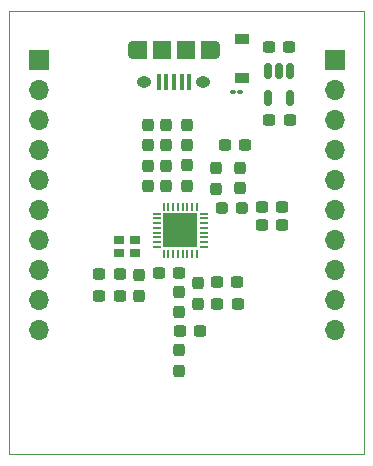
<source format=gts>
%TF.GenerationSoftware,KiCad,Pcbnew,(6.0.9)*%
%TF.CreationDate,2022-11-19T16:26:51-05:00*%
%TF.ProjectId,EFR32MG22_module,45465233-324d-4473-9232-5f6d6f64756c,rev?*%
%TF.SameCoordinates,Original*%
%TF.FileFunction,Soldermask,Top*%
%TF.FilePolarity,Negative*%
%FSLAX46Y46*%
G04 Gerber Fmt 4.6, Leading zero omitted, Abs format (unit mm)*
G04 Created by KiCad (PCBNEW (6.0.9)) date 2022-11-19 16:26:51*
%MOMM*%
%LPD*%
G01*
G04 APERTURE LIST*
G04 Aperture macros list*
%AMRoundRect*
0 Rectangle with rounded corners*
0 $1 Rounding radius*
0 $2 $3 $4 $5 $6 $7 $8 $9 X,Y pos of 4 corners*
0 Add a 4 corners polygon primitive as box body*
4,1,4,$2,$3,$4,$5,$6,$7,$8,$9,$2,$3,0*
0 Add four circle primitives for the rounded corners*
1,1,$1+$1,$2,$3*
1,1,$1+$1,$4,$5*
1,1,$1+$1,$6,$7*
1,1,$1+$1,$8,$9*
0 Add four rect primitives between the rounded corners*
20,1,$1+$1,$2,$3,$4,$5,0*
20,1,$1+$1,$4,$5,$6,$7,0*
20,1,$1+$1,$6,$7,$8,$9,0*
20,1,$1+$1,$8,$9,$2,$3,0*%
G04 Aperture macros list end*
%ADD10C,0.100000*%
%ADD11RoundRect,0.237500X0.237500X-0.300000X0.237500X0.300000X-0.237500X0.300000X-0.237500X-0.300000X0*%
%ADD12R,1.700000X1.700000*%
%ADD13O,1.700000X1.700000*%
%ADD14RoundRect,0.237500X0.300000X0.237500X-0.300000X0.237500X-0.300000X-0.237500X0.300000X-0.237500X0*%
%ADD15RoundRect,0.237500X-0.237500X0.300000X-0.237500X-0.300000X0.237500X-0.300000X0.237500X0.300000X0*%
%ADD16RoundRect,0.050000X-0.300000X-0.050000X0.300000X-0.050000X0.300000X0.050000X-0.300000X0.050000X0*%
%ADD17RoundRect,0.050000X-0.050000X-0.300000X0.050000X-0.300000X0.050000X0.300000X-0.050000X0.300000X0*%
%ADD18R,2.900000X2.900000*%
%ADD19RoundRect,0.237500X-0.300000X-0.237500X0.300000X-0.237500X0.300000X0.237500X-0.300000X0.237500X0*%
%ADD20RoundRect,0.100000X0.130000X0.100000X-0.130000X0.100000X-0.130000X-0.100000X0.130000X-0.100000X0*%
%ADD21RoundRect,0.237500X-0.237500X0.287500X-0.237500X-0.287500X0.237500X-0.287500X0.237500X0.287500X0*%
%ADD22RoundRect,0.237500X-0.287500X-0.237500X0.287500X-0.237500X0.287500X0.237500X-0.287500X0.237500X0*%
%ADD23RoundRect,0.150000X-0.150000X0.512500X-0.150000X-0.512500X0.150000X-0.512500X0.150000X0.512500X0*%
%ADD24R,0.400000X1.350000*%
%ADD25R,1.200000X1.550000*%
%ADD26O,1.250000X0.950000*%
%ADD27R,1.500000X1.550000*%
%ADD28O,0.890000X1.550000*%
%ADD29R,1.200000X0.900000*%
%ADD30R,0.900000X0.800000*%
G04 APERTURE END LIST*
D10*
X215000000Y-80000000D02*
X245000000Y-80000000D01*
X245000000Y-80000000D02*
X245000000Y-117500000D01*
X245000000Y-117500000D02*
X215000000Y-117500000D01*
X215000000Y-117500000D02*
X215000000Y-80000000D01*
D11*
%TO.C,C5*%
X230040000Y-94772500D03*
X230040000Y-93047500D03*
%TD*%
D12*
%TO.C,J4*%
X242540000Y-84110000D03*
D13*
X242540000Y-86650000D03*
X242540000Y-89190000D03*
X242540000Y-91730000D03*
X242540000Y-94270000D03*
X242540000Y-96810000D03*
X242540000Y-99350000D03*
X242540000Y-101890000D03*
X242540000Y-104430000D03*
X242540000Y-106970000D03*
%TD*%
D14*
%TO.C,C21*%
X238687500Y-82987500D03*
X236962500Y-82987500D03*
%TD*%
D15*
%TO.C,C4*%
X228250000Y-89617500D03*
X228250000Y-91342500D03*
%TD*%
D16*
%TO.C,U1*%
X227462500Y-97125000D03*
X227462500Y-97525000D03*
X227462500Y-97925000D03*
X227462500Y-98325000D03*
X227462500Y-98725000D03*
X227462500Y-99125000D03*
X227462500Y-99525000D03*
X227462500Y-99925000D03*
D17*
X228062500Y-100525000D03*
X228462500Y-100525000D03*
X228862500Y-100525000D03*
X229262500Y-100525000D03*
X229662500Y-100525000D03*
X230062500Y-100525000D03*
X230462500Y-100525000D03*
X230862500Y-100525000D03*
D16*
X231462500Y-99925000D03*
X231462500Y-99525000D03*
X231462500Y-99125000D03*
X231462500Y-98725000D03*
X231462500Y-98325000D03*
X231462500Y-97925000D03*
X231462500Y-97525000D03*
X231462500Y-97125000D03*
D17*
X230862500Y-96525000D03*
X230462500Y-96525000D03*
X230062500Y-96525000D03*
X229662500Y-96525000D03*
X229262500Y-96525000D03*
X228862500Y-96525000D03*
X228462500Y-96525000D03*
X228062500Y-96525000D03*
D18*
X229462500Y-98525000D03*
%TD*%
D19*
%TO.C,C11*%
X236337500Y-98125000D03*
X238062500Y-98125000D03*
%TD*%
D20*
%TO.C,D2*%
X234530000Y-86840000D03*
X233890000Y-86840000D03*
%TD*%
D11*
%TO.C,C20*%
X229380000Y-110425000D03*
X229380000Y-108700000D03*
%TD*%
D12*
%TO.C,J2*%
X217540000Y-84110000D03*
D13*
X217540000Y-86650000D03*
X217540000Y-89190000D03*
X217540000Y-91730000D03*
X217540000Y-94270000D03*
X217540000Y-96810000D03*
X217540000Y-99350000D03*
X217540000Y-101890000D03*
X217540000Y-104430000D03*
X217540000Y-106970000D03*
%TD*%
D19*
%TO.C,C16*%
X234325000Y-104770000D03*
X232600000Y-104770000D03*
%TD*%
D14*
%TO.C,C15*%
X224345000Y-102270000D03*
X222620000Y-102270000D03*
%TD*%
D15*
%TO.C,C2*%
X226700000Y-89617500D03*
X226700000Y-91342500D03*
%TD*%
D11*
%TO.C,C7*%
X232450000Y-95012500D03*
X232450000Y-93287500D03*
%TD*%
D19*
%TO.C,C19*%
X229435000Y-107070000D03*
X231160000Y-107070000D03*
%TD*%
D21*
%TO.C,L1*%
X229380000Y-103743500D03*
X229380000Y-105493500D03*
%TD*%
%TO.C,FB2*%
X230952500Y-103005000D03*
X230952500Y-104755000D03*
%TD*%
D11*
%TO.C,C9*%
X234550000Y-94987500D03*
X234550000Y-93262500D03*
%TD*%
D19*
%TO.C,C22*%
X237007500Y-89170000D03*
X238732500Y-89170000D03*
%TD*%
%TO.C,C17*%
X232560000Y-102950000D03*
X234285000Y-102950000D03*
%TD*%
D22*
%TO.C,L3*%
X232962500Y-96625000D03*
X234712500Y-96625000D03*
%TD*%
D21*
%TO.C,FB1*%
X225982500Y-102320000D03*
X225982500Y-104070000D03*
%TD*%
D11*
%TO.C,C3*%
X228275000Y-94780000D03*
X228275000Y-93055000D03*
%TD*%
D19*
%TO.C,C10*%
X236362500Y-96600000D03*
X238087500Y-96600000D03*
%TD*%
%TO.C,C8*%
X233212500Y-91275000D03*
X234937500Y-91275000D03*
%TD*%
D23*
%TO.C,U2*%
X238775000Y-85025000D03*
X237825000Y-85025000D03*
X236875000Y-85025000D03*
X236875000Y-87300000D03*
X238775000Y-87300000D03*
%TD*%
D14*
%TO.C,C14*%
X224345000Y-104120000D03*
X222620000Y-104120000D03*
%TD*%
D24*
%TO.C,J1*%
X230225000Y-86010000D03*
X229575000Y-86010000D03*
X228925000Y-86010000D03*
X228275000Y-86010000D03*
X227625000Y-86010000D03*
D25*
X226025000Y-83310000D03*
D26*
X231425000Y-86010000D03*
D27*
X227925000Y-83310000D03*
X229925000Y-83310000D03*
D26*
X226425000Y-86010000D03*
D25*
X231825000Y-83310000D03*
D28*
X225425000Y-83310000D03*
X232425000Y-83310000D03*
%TD*%
D29*
%TO.C,D1*%
X234650000Y-82350000D03*
X234650000Y-85650000D03*
%TD*%
D14*
%TO.C,C18*%
X229342500Y-102162500D03*
X227617500Y-102162500D03*
%TD*%
D11*
%TO.C,C1*%
X226725000Y-94780000D03*
X226725000Y-93055000D03*
%TD*%
D15*
%TO.C,C6*%
X230025000Y-89580000D03*
X230025000Y-91305000D03*
%TD*%
D30*
%TO.C,Y1*%
X224254000Y-100450000D03*
X225654000Y-100450000D03*
X225654000Y-99350000D03*
X224254000Y-99350000D03*
%TD*%
M02*

</source>
